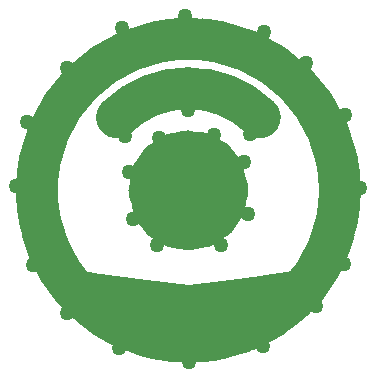
<source format=gbl>
G04*
G04 #@! TF.GenerationSoftware,Altium Limited,Altium Designer,21.0.9 (235)*
G04*
G04 Layer_Physical_Order=2*
G04 Layer_Color=16711680*
%FSLAX23Y23*%
%MOIN*%
G70*
G04*
G04 #@! TF.SameCoordinates,BEDAD971-5842-4F86-BEC8-44C97C0BC31F*
G04*
G04*
G04 #@! TF.FilePolarity,Positive*
G04*
G01*
G75*
%ADD10C,0.140*%
%ADD14C,0.050*%
%ADD15C,0.200*%
G36*
X1359Y1600D02*
X1374Y1567D01*
X1395Y1529D01*
X1427Y1482D01*
X1438Y1481D01*
X1451Y1479D01*
X1474Y1477D01*
X1627Y1456D01*
X1766Y1438D01*
X1877Y1453D01*
X1958Y1463D01*
X1978Y1466D01*
X1985Y1467D01*
X2043Y1475D01*
X2092Y1481D01*
X2107Y1486D01*
X2127Y1513D01*
X2153Y1557D01*
X2161Y1575D01*
X2174Y1606D01*
X2186Y1643D01*
X2214Y1636D01*
X2244Y1628D01*
X2263Y1622D01*
X2292Y1614D01*
X2320Y1607D01*
X2318Y1596D01*
X2307Y1562D01*
X2294Y1529D01*
X2285Y1509D01*
X2263Y1467D01*
X2244Y1435D01*
X2230Y1416D01*
X2216Y1397D01*
X2197Y1375D01*
X2185Y1362D01*
X2170Y1347D01*
X2159Y1337D01*
X2123Y1305D01*
X2101Y1289D01*
X2080Y1273D01*
X2036Y1248D01*
X2013Y1236D01*
X1978Y1221D01*
X1966Y1217D01*
X1942Y1209D01*
X1905Y1198D01*
X1866Y1189D01*
X1851Y1187D01*
X1844Y1186D01*
X1824Y1183D01*
X1808Y1182D01*
X1803Y1182D01*
X1795Y1181D01*
X1776Y1181D01*
X1760D01*
X1738Y1181D01*
X1716Y1183D01*
X1696Y1185D01*
X1673Y1188D01*
X1643Y1193D01*
X1605Y1203D01*
X1588Y1209D01*
X1569Y1215D01*
X1533Y1229D01*
X1498Y1246D01*
X1451Y1273D01*
X1406Y1305D01*
X1359Y1347D01*
X1322Y1390D01*
X1275Y1454D01*
X1258Y1486D01*
X1238Y1524D01*
X1209Y1602D01*
X1211Y1606D01*
X1275Y1624D01*
X1345Y1644D01*
X1359Y1600D01*
D02*
G37*
D10*
X2270Y1755D02*
G03*
X2270Y1755I-505J0D01*
G01*
X2003Y1998D02*
G03*
X1527Y1998I-238J-243D01*
G01*
D14*
X1952Y1849D02*
D03*
X1963Y1676D02*
D03*
X1873Y1574D02*
D03*
X1661D02*
D03*
X1579Y1659D02*
D03*
X1568Y1816D02*
D03*
X1668Y1929D02*
D03*
X1852Y1938D02*
D03*
X1971Y1941D02*
D03*
X1765Y2021D02*
D03*
X1554Y1935D02*
D03*
X2156Y2179D02*
D03*
X1753Y2336D02*
D03*
X1362Y2163D02*
D03*
X1192Y1770D02*
D03*
X2338Y1761D02*
D03*
X2191Y1369D02*
D03*
X1359Y1347D02*
D03*
X1768Y1181D02*
D03*
X1533Y1229D02*
D03*
X2013Y1236D02*
D03*
X2285Y1509D02*
D03*
X1248Y1505D02*
D03*
X2288Y2005D02*
D03*
X1228Y1984D02*
D03*
X2018Y2282D02*
D03*
X1545Y2296D02*
D03*
D15*
X1865Y1755D02*
G03*
X1865Y1755I-100J0D01*
G01*
M02*

</source>
